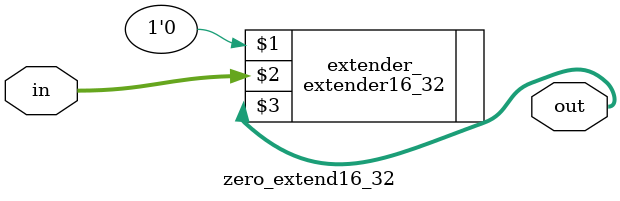
<source format=v>
module zero_extend16_32(in ,out);

input [15:0] in;
output [31:0] out;

// There are some warning because some signal pins are permanent
// https://electronics.stackexchange.com/questions/39074/altera-optimisation-stuck-at-gnd-due-to-stuck-port-data-in
// https://stackoverflow.com/questions/22722812/vhdl-warning-warning-13024-output-pins-are-stuck-at-vcc-or-gnd-on-crucial-o
extender16_32 extender_ (1'b0, in, out);

endmodule

</source>
